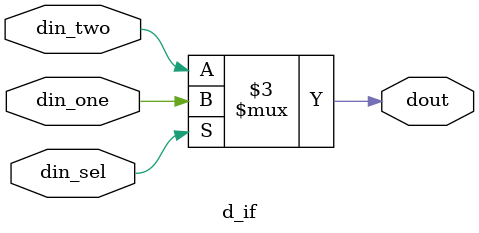
<source format=v>
`timescale 1ns/1ns

module d_if( 
    input din_sel,
    input din_one,  
    input din_two,  
    
    output reg dout
    
    );    
    

    always @(din_sel, din_one,din_two)
    begin
        if(din_sel)
            dout = din_one;
         else
            dout = din_two;
    end    

        
endmodule
// END OF d_if.v FILE ***************************************************

    
   

</source>
